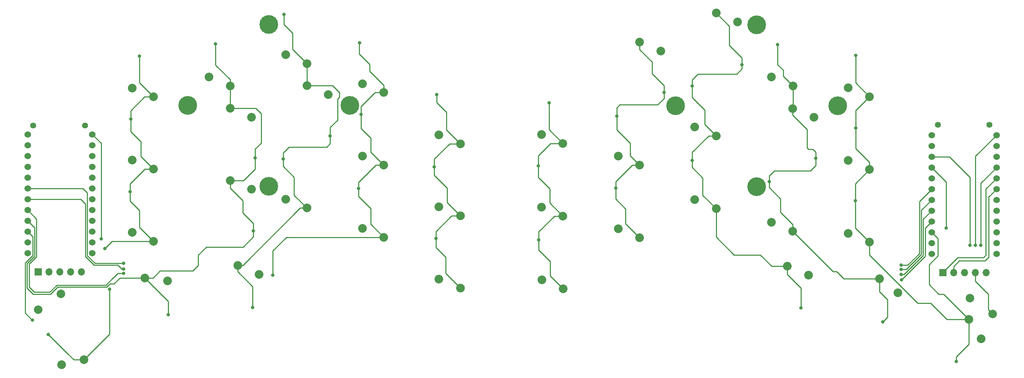
<source format=gbr>
%TF.GenerationSoftware,KiCad,Pcbnew,(6.0.5-0)*%
%TF.CreationDate,2022-12-11T16:32:45-08:00*%
%TF.ProjectId,Swept_3x5,53776570-745f-4337-9835-2e6b69636164,rev?*%
%TF.SameCoordinates,Original*%
%TF.FileFunction,Copper,L1,Top*%
%TF.FilePolarity,Positive*%
%FSLAX46Y46*%
G04 Gerber Fmt 4.6, Leading zero omitted, Abs format (unit mm)*
G04 Created by KiCad (PCBNEW (6.0.5-0)) date 2022-12-11 16:32:45*
%MOMM*%
%LPD*%
G01*
G04 APERTURE LIST*
%TA.AperFunction,ComponentPad*%
%ADD10C,1.524000*%
%TD*%
%TA.AperFunction,ComponentPad*%
%ADD11C,2.032000*%
%TD*%
%TA.AperFunction,ComponentPad*%
%ADD12C,2.000000*%
%TD*%
%TA.AperFunction,ComponentPad*%
%ADD13C,4.400000*%
%TD*%
%TA.AperFunction,ComponentPad*%
%ADD14R,1.700000X1.700000*%
%TD*%
%TA.AperFunction,ComponentPad*%
%ADD15O,1.700000X1.700000*%
%TD*%
%TA.AperFunction,ComponentPad*%
%ADD16C,1.397000*%
%TD*%
%TA.AperFunction,ViaPad*%
%ADD17C,0.800000*%
%TD*%
%TA.AperFunction,Conductor*%
%ADD18C,0.250000*%
%TD*%
G04 APERTURE END LIST*
D10*
%TO.P,U1,1,TX*%
%TO.N,CS*%
X246380401Y-49847433D03*
%TO.P,U1,2,RX*%
%TO.N,unconnected-(U1-Pad2)*%
X246380401Y-52387433D03*
%TO.P,U1,3,GND*%
%TO.N,gnd*%
X246380401Y-54927433D03*
%TO.P,U1,4,GND*%
X246380401Y-57467433D03*
%TO.P,U1,5,SDA*%
%TO.N,MOSI*%
X246380401Y-60007433D03*
%TO.P,U1,6,SCL*%
%TO.N,SCK*%
X246380401Y-62547433D03*
%TO.P,U1,7,D4*%
%TO.N,row_0*%
X246380401Y-65087433D03*
%TO.P,U1,8,C6*%
%TO.N,row_1*%
X246380401Y-67627433D03*
%TO.P,U1,9,D7*%
%TO.N,row_2*%
X246380401Y-70167433D03*
%TO.P,U1,10,E6*%
%TO.N,row_3*%
X246380401Y-72707433D03*
%TO.P,U1,11,B4*%
%TO.N,unconnected-(U1-Pad11)*%
X246380401Y-75247433D03*
%TO.P,U1,12,B5*%
%TO.N,unconnected-(U1-Pad12)*%
X246380401Y-77787433D03*
%TO.P,U1,13,B6*%
%TO.N,unconnected-(U1-Pad13)*%
X231160401Y-77787433D03*
%TO.P,U1,14,B2*%
%TO.N,unconnected-(U1-Pad14)*%
X231160401Y-75247433D03*
%TO.P,U1,15,B3*%
%TO.N,col5*%
X231160401Y-72707433D03*
%TO.P,U1,16,B1*%
%TO.N,col4*%
X231160401Y-70167433D03*
%TO.P,U1,17,F7*%
%TO.N,col3*%
X231160401Y-67627433D03*
%TO.P,U1,18,F6*%
%TO.N,col2*%
X231160401Y-65087433D03*
%TO.P,U1,19,F5*%
%TO.N,col1*%
X231160401Y-62547433D03*
%TO.P,U1,20,F4*%
%TO.N,col0*%
X231160401Y-60007433D03*
%TO.P,U1,21,VCC*%
%TO.N,vcc*%
X231160401Y-57467433D03*
%TO.P,U1,22,RST*%
%TO.N,reset*%
X231160401Y-54927433D03*
%TO.P,U1,23,GND*%
%TO.N,gnd*%
X231160401Y-52387433D03*
%TO.P,U1,24,RAW*%
%TO.N,raw*%
X231160401Y-49847433D03*
%TD*%
D11*
%TO.P,SW16,1,1*%
%TO.N,col2*%
X162497201Y-74020233D03*
%TO.P,SW16,2,2*%
%TO.N,Net-(D14-Pad2)*%
X157497201Y-71920233D03*
%TD*%
%TO.P,SW20,1,1*%
%TO.N,col3*%
X197193601Y-80736833D03*
%TO.P,SW20,2,2*%
%TO.N,Net-(D18-Pad2)*%
X202193601Y-82836833D03*
%TD*%
%TO.P,SW15,1,1*%
%TO.N,col1*%
X144539401Y-86034433D03*
%TO.P,SW15,2,2*%
%TO.N,Net-(D13-Pad2)*%
X139539401Y-83934433D03*
%TD*%
%TO.P,SW21,1,1*%
%TO.N,col4*%
X218913633Y-83655671D03*
%TO.P,SW21,2,2*%
%TO.N,Net-(D19-Pad2)*%
X223199743Y-86978210D03*
%TD*%
%TO.P,SW17,1,1*%
%TO.N,col3*%
X180505801Y-67136833D03*
%TO.P,SW17,2,2*%
%TO.N,Net-(D15-Pad2)*%
X175505801Y-65036833D03*
%TD*%
%TO.P,SW18,1,1*%
%TO.N,col4*%
X198514401Y-72496233D03*
%TO.P,SW18,2,2*%
%TO.N,Net-(D16-Pad2)*%
X193514401Y-70396233D03*
%TD*%
%TO.P,SW4,1,1*%
%TO.N,col2*%
X162522601Y-27981033D03*
%TO.P,SW4,2,2*%
%TO.N,Net-(D2-Pad2)*%
X167522601Y-30081033D03*
%TD*%
%TO.P,SW3,1,1*%
%TO.N,col1*%
X144514001Y-51820633D03*
%TO.P,SW3,2,2*%
%TO.N,Net-(D1-Pad2)*%
X139514001Y-49720633D03*
%TD*%
%TO.P,SW9,1,1*%
%TO.N,col1*%
X144514001Y-68914833D03*
%TO.P,SW9,2,2*%
%TO.N,Net-(D7-Pad2)*%
X139514001Y-66814833D03*
%TD*%
%TO.P,SW12,1,1*%
%TO.N,col4*%
X198514401Y-43576633D03*
%TO.P,SW12,2,2*%
%TO.N,Net-(D10-Pad2)*%
X203514401Y-45676633D03*
%TD*%
%TO.P,SW11,1,1*%
%TO.N,col3*%
X180505801Y-50017233D03*
%TO.P,SW11,2,2*%
%TO.N,Net-(D9-Pad2)*%
X175505801Y-47917233D03*
%TD*%
%TO.P,SW6,1,1*%
%TO.N,col4*%
X198539801Y-38257033D03*
%TO.P,SW6,2,2*%
%TO.N,Net-(D4-Pad2)*%
X193539801Y-36157033D03*
%TD*%
%TO.P,SW5,1,1*%
%TO.N,col3*%
X180531201Y-21123033D03*
%TO.P,SW5,2,2*%
%TO.N,Net-(D3-Pad2)*%
X185531201Y-23223033D03*
%TD*%
D12*
%TO.P,RSW1,1,1*%
%TO.N,gnd*%
X245492244Y-91954123D03*
%TO.P,RSW1,2,2*%
%TO.N,reset*%
X240167756Y-88225877D03*
%TD*%
D11*
%TO.P,SW10,1,1*%
%TO.N,col2*%
X162497201Y-56900633D03*
%TO.P,SW10,2,2*%
%TO.N,Net-(D8-Pad2)*%
X157497201Y-54800633D03*
%TD*%
D13*
%TO.P,REF\u002A\u002A,1*%
%TO.N,N/C*%
X209072601Y-42933433D03*
X170972601Y-42933433D03*
X190022601Y-23883433D03*
X190022601Y-61983433D03*
%TD*%
D10*
%TO.P,U2,1,TX*%
%TO.N,CSr*%
X33942000Y-49722800D03*
%TO.P,U2,2,RX*%
%TO.N,unconnected-(U2-Pad2)*%
X33942000Y-52262800D03*
%TO.P,U2,3,GND*%
%TO.N,gnd_r*%
X33942000Y-54802800D03*
%TO.P,U2,4,GND*%
X33942000Y-57342800D03*
%TO.P,U2,5,SDA*%
%TO.N,MOSIr*%
X33942000Y-59882800D03*
%TO.P,U2,6,SCL*%
%TO.N,SCKr*%
X33942000Y-62422800D03*
%TO.P,U2,7,D4*%
%TO.N,row_0r*%
X33942000Y-64962800D03*
%TO.P,U2,8,C6*%
%TO.N,row_1r*%
X33942000Y-67502800D03*
%TO.P,U2,9,D7*%
%TO.N,row_2r*%
X33942000Y-70042800D03*
%TO.P,U2,10,E6*%
%TO.N,row_3r*%
X33942000Y-72582800D03*
%TO.P,U2,11,B4*%
%TO.N,unconnected-(U2-Pad11)*%
X33942000Y-75122800D03*
%TO.P,U2,12,B5*%
%TO.N,unconnected-(U2-Pad12)*%
X33942000Y-77662800D03*
%TO.P,U2,13,B6*%
%TO.N,unconnected-(U2-Pad13)*%
X18722000Y-77662800D03*
%TO.P,U2,14,B2*%
%TO.N,unconnected-(U2-Pad14)*%
X18722000Y-75122800D03*
%TO.P,U2,15,B3*%
%TO.N,col5r*%
X18722000Y-72582800D03*
%TO.P,U2,16,B1*%
%TO.N,col4r*%
X18722000Y-70042800D03*
%TO.P,U2,17,F7*%
%TO.N,col3r*%
X18722000Y-67502800D03*
%TO.P,U2,18,F6*%
%TO.N,col2r*%
X18722000Y-64962800D03*
%TO.P,U2,19,F5*%
%TO.N,col1r*%
X18722000Y-62422800D03*
%TO.P,U2,20,F4*%
%TO.N,col0r*%
X18722000Y-59882800D03*
%TO.P,U2,21,VCC*%
%TO.N,vcc_r*%
X18722000Y-57342800D03*
%TO.P,U2,22,RST*%
%TO.N,reset_r*%
X18722000Y-54802800D03*
%TO.P,U2,23,GND*%
%TO.N,gnd_r*%
X18722000Y-52262800D03*
%TO.P,U2,24,RAW*%
%TO.N,raw_r*%
X18722000Y-49722800D03*
%TD*%
D11*
%TO.P,SW17_r1,1,1*%
%TO.N,col3r*%
X84378800Y-67012400D03*
%TO.P,SW17_r1,2,2*%
%TO.N,Net-(Dr15-Pad2)*%
X79378800Y-64912400D03*
%TD*%
%TO.P,SW11_r1,1,1*%
%TO.N,col3r*%
X84353400Y-38219800D03*
%TO.P,SW11_r1,2,2*%
%TO.N,Net-(Dr9-Pad2)*%
X89353400Y-40319800D03*
%TD*%
%TO.P,SW15_r1,1,1*%
%TO.N,col1r*%
X120396000Y-85859200D03*
%TO.P,SW15_r1,2,2*%
%TO.N,Net-(Dr13-Pad2)*%
X115396000Y-83759200D03*
%TD*%
%TO.P,SW18_r1,1,1*%
%TO.N,col4r*%
X66344800Y-60521000D03*
%TO.P,SW18_r1,2,2*%
%TO.N,Net-(Dr16-Pad2)*%
X71344800Y-62621000D03*
%TD*%
%TO.P,SW6_r1,1,1*%
%TO.N,col4r*%
X66344800Y-38259600D03*
%TO.P,SW6_r1,2,2*%
%TO.N,Net-(Dr4-Pad2)*%
X61344800Y-36159600D03*
%TD*%
%TO.P,SW5_r1,1,1*%
%TO.N,col3r*%
X84378800Y-33001800D03*
%TO.P,SW5_r1,2,2*%
%TO.N,Net-(Dr3-Pad2)*%
X79378800Y-30901800D03*
%TD*%
%TO.P,SW16_r1,1,1*%
%TO.N,col2r*%
X102412800Y-73895800D03*
%TO.P,SW16_r1,2,2*%
%TO.N,Net-(Dr14-Pad2)*%
X97412800Y-71795800D03*
%TD*%
%TO.P,SW4_r1,1,1*%
%TO.N,col2r*%
X102387400Y-39834400D03*
%TO.P,SW4_r1,2,2*%
%TO.N,Net-(Dr2-Pad2)*%
X97387400Y-37734400D03*
%TD*%
%TO.P,SW13_r1,1,1*%
%TO.N,col5r*%
X48336200Y-57843000D03*
%TO.P,SW13_r1,2,2*%
%TO.N,Net-(Dr11-Pad2)*%
X43336200Y-55743000D03*
%TD*%
%TO.P,SW12_r1,1,1*%
%TO.N,col4r*%
X66344800Y-43528400D03*
%TO.P,SW12_r1,2,2*%
%TO.N,Net-(Dr10-Pad2)*%
X71344800Y-45628400D03*
%TD*%
%TO.P,SW3_r1,1,1*%
%TO.N,col1r*%
X120396000Y-51874000D03*
%TO.P,SW3_r1,2,2*%
%TO.N,Net-(Dr1-Pad2)*%
X115396000Y-49774000D03*
%TD*%
%TO.P,SW21_r1,1,1*%
%TO.N,col4r*%
X46250368Y-83455038D03*
%TO.P,SW21_r1,2,2*%
%TO.N,Net-(Dr19-Pad2)*%
X51623517Y-84189387D03*
%TD*%
%TO.P,SW9_r1,1,1*%
%TO.N,col1r*%
X120396000Y-68866600D03*
%TO.P,SW9_r1,2,2*%
%TO.N,Net-(Dr7-Pad2)*%
X115396000Y-66766600D03*
%TD*%
%TO.P,SW20_r1,1,1*%
%TO.N,col3r*%
X68072000Y-80510800D03*
%TO.P,SW20_r1,2,2*%
%TO.N,Net-(Dr18-Pad2)*%
X73072000Y-82610800D03*
%TD*%
%TO.P,SW7_r1,1,1*%
%TO.N,col5r*%
X48336200Y-40850400D03*
%TO.P,SW7_r1,2,2*%
%TO.N,Net-(Dr5-Pad2)*%
X43336200Y-38750400D03*
%TD*%
D13*
%TO.P,REF\u002A\u002A,1*%
%TO.N,N/C*%
X94407400Y-42878400D03*
X56307400Y-42878400D03*
X75357400Y-61928400D03*
X75357400Y-23828400D03*
%TD*%
D12*
%TO.P,RSW2,1,1*%
%TO.N,gnd_r*%
X26562244Y-87185877D03*
%TO.P,RSW2,2,2*%
%TO.N,reset_r*%
X21237756Y-90914123D03*
%TD*%
D11*
%TO.P,SW13,1,1*%
%TO.N,col5*%
X216548401Y-57942033D03*
%TO.P,SW13,2,2*%
%TO.N,Net-(D11-Pad2)*%
X211548401Y-55842033D03*
%TD*%
%TO.P,SW22,1,1*%
%TO.N,col5*%
X239871502Y-93208436D03*
%TO.P,SW22,2,2*%
%TO.N,Net-(D20-Pad2)*%
X242762752Y-97796537D03*
%TD*%
D14*
%TO.P,J2,1,Pin_1*%
%TO.N,MOSIr*%
X21225000Y-82090000D03*
D15*
%TO.P,J2,2,Pin_2*%
%TO.N,SCKr*%
X23765000Y-82090000D03*
%TO.P,J2,3,Pin_3*%
%TO.N,vcc_r*%
X26305000Y-82090000D03*
%TO.P,J2,4,Pin_4*%
%TO.N,gnd_r*%
X28845000Y-82090000D03*
%TO.P,J2,5,Pin_5*%
%TO.N,CSr*%
X31385000Y-82090000D03*
%TD*%
D11*
%TO.P,SW19,1,1*%
%TO.N,col5*%
X216548401Y-75061633D03*
%TO.P,SW19,2,2*%
%TO.N,Net-(D17-Pad2)*%
X211548401Y-72961633D03*
%TD*%
D14*
%TO.P,J1,1,Pin_1*%
%TO.N,MOSI*%
X233765000Y-82200000D03*
D15*
%TO.P,J1,2,Pin_2*%
%TO.N,SCK*%
X236305000Y-82200000D03*
%TO.P,J1,3,Pin_3*%
%TO.N,vcc*%
X238845000Y-82200000D03*
%TO.P,J1,4,Pin_4*%
%TO.N,gnd*%
X241385000Y-82200000D03*
%TO.P,J1,5,Pin_5*%
%TO.N,CS*%
X243925000Y-82200000D03*
%TD*%
D11*
%TO.P,SW19_r1,1,1*%
%TO.N,col5r*%
X48310800Y-74861000D03*
%TO.P,SW19_r1,2,2*%
%TO.N,Net-(Dr17-Pad2)*%
X43310800Y-72761000D03*
%TD*%
D16*
%TO.P,Bat+1,1,1*%
%TO.N,BT+*%
X232575801Y-47393833D03*
%TD*%
D11*
%TO.P,SW10_r1,1,1*%
%TO.N,col2r*%
X102387400Y-56877800D03*
%TO.P,SW10_r1,2,2*%
%TO.N,Net-(Dr8-Pad2)*%
X97387400Y-54777800D03*
%TD*%
%TO.P,SW22_r1,1,1*%
%TO.N,col5r*%
X31968637Y-102744927D03*
%TO.P,SW22_r1,2,2*%
%TO.N,Net-(Dr20-Pad2)*%
X26668366Y-103892590D03*
%TD*%
D16*
%TO.P,BatGND1,1,1*%
%TO.N,gnd*%
X244717001Y-47444633D03*
%TD*%
%TO.P,Bat+r1,1,1*%
%TO.N,BT+_r*%
X20040600Y-47574200D03*
%TD*%
D11*
%TO.P,SW7,1,1*%
%TO.N,col5*%
X216548401Y-40822433D03*
%TO.P,SW7,2,2*%
%TO.N,Net-(D5-Pad2)*%
X211548401Y-38722433D03*
%TD*%
D16*
%TO.P,BatGND4,1,1*%
%TO.N,gnd_r*%
X32207200Y-47625000D03*
%TD*%
D17*
%TO.N,gnd*%
X242720000Y-75820000D03*
%TO.N,vcc*%
X234560000Y-71760000D03*
%TO.N,reset*%
X240160000Y-75800000D03*
%TO.N,CS*%
X241460000Y-75810000D03*
%TO.N,CSr*%
X35980000Y-74250000D03*
%TO.N,col1*%
X223939801Y-80481130D03*
X138824401Y-74495633D03*
X138697401Y-57071233D03*
X141237401Y-42237633D03*
%TO.N,col2*%
X223939801Y-81480633D03*
X156909201Y-62303633D03*
X157137801Y-45361833D03*
X168237601Y-39799233D03*
%TO.N,col3*%
X174841601Y-38275233D03*
X186576401Y-33271433D03*
X174892401Y-55775833D03*
X223990601Y-82649033D03*
X200444801Y-90548433D03*
%TO.N,col4*%
X194907601Y-28547033D03*
X224041401Y-83919033D03*
X203924601Y-55318633D03*
X219672601Y-93825033D03*
X192977201Y-60779633D03*
%TO.N,col5*%
X213195601Y-65300833D03*
X213297201Y-48155833D03*
X213271801Y-31061633D03*
X236919201Y-103121433D03*
%TO.N,col1r*%
X114249200Y-57327800D03*
X114808000Y-40335200D03*
X114655600Y-74168000D03*
X41249600Y-80010000D03*
%TO.N,col2r*%
X96494600Y-62382400D03*
X97104200Y-44983400D03*
X96723200Y-28092400D03*
X41249600Y-81356200D03*
X76327000Y-82854800D03*
%TO.N,col3r*%
X89814400Y-50063400D03*
X71602600Y-90398600D03*
X78968600Y-21463000D03*
X41249600Y-82397600D03*
X78765400Y-55448200D03*
%TO.N,col4r*%
X51790600Y-92100400D03*
X72212200Y-55194200D03*
X62865000Y-28371800D03*
X71729600Y-72440800D03*
%TO.N,col5r*%
X37973000Y-86131400D03*
X42976800Y-46075600D03*
X23571200Y-96748600D03*
X42773600Y-63169800D03*
X36906200Y-76530200D03*
X45008800Y-31267400D03*
X19837400Y-93370400D03*
%TD*%
D18*
%TO.N,gnd*%
X241385000Y-84245000D02*
X241385000Y-82200000D01*
X242720000Y-75820000D02*
X242720000Y-61127834D01*
X244460000Y-90921879D02*
X244460000Y-87320000D01*
X242720000Y-61127834D02*
X246380401Y-57467433D01*
X245492244Y-91954123D02*
X244460000Y-90921879D01*
X244460000Y-87320000D02*
X241385000Y-84245000D01*
%TO.N,vcc*%
X234560000Y-71760000D02*
X234560000Y-60867032D01*
X234560000Y-60867032D02*
X231160401Y-57467433D01*
%TO.N,reset*%
X235347433Y-54927433D02*
X231160401Y-54927433D01*
X240167756Y-59747756D02*
X235347433Y-54927433D01*
X240160000Y-75800000D02*
X240167756Y-75792244D01*
X240167756Y-75792244D02*
X240167756Y-59747756D01*
%TO.N,MOSI*%
X233765000Y-82165000D02*
X237240000Y-78690000D01*
X243910000Y-62477834D02*
X246380401Y-60007433D01*
X243330000Y-78690000D02*
X243910000Y-78110000D01*
X237240000Y-78690000D02*
X243330000Y-78690000D01*
X233765000Y-82200000D02*
X233765000Y-82165000D01*
X243910000Y-78110000D02*
X243910000Y-62477834D01*
%TO.N,SCK*%
X237590000Y-79460000D02*
X243670000Y-79460000D01*
X244590000Y-64337834D02*
X246380401Y-62547433D01*
X236305000Y-80745000D02*
X237590000Y-79460000D01*
X244590000Y-78540000D02*
X244590000Y-64337834D01*
X236305000Y-82200000D02*
X236305000Y-80745000D01*
X243670000Y-79460000D02*
X244590000Y-78540000D01*
%TO.N,CS*%
X241460000Y-75810000D02*
X241460000Y-54767834D01*
X241460000Y-54767834D02*
X246380401Y-49847433D01*
%TO.N,CSr*%
X35980000Y-74250000D02*
X35980000Y-51760800D01*
X35980000Y-51760800D02*
X33942000Y-49722800D01*
%TO.N,col1*%
X138697401Y-57071233D02*
X138697401Y-54709033D01*
X138697401Y-59814433D02*
X138697401Y-57071233D01*
X141585801Y-51820633D02*
X144514001Y-51820633D01*
X141491401Y-79575633D02*
X138824401Y-76908633D01*
X142500201Y-68914833D02*
X144514001Y-68914833D01*
X225523504Y-80481130D02*
X228280841Y-77723793D01*
X144514001Y-68914833D02*
X141389801Y-65790633D01*
X144539401Y-86034433D02*
X141491401Y-82986433D01*
X138824401Y-76908633D02*
X138824401Y-74495633D01*
X138824401Y-72590633D02*
X142500201Y-68914833D01*
X223939801Y-80481130D02*
X225523504Y-80481130D01*
X228280841Y-77723793D02*
X228280841Y-65426993D01*
X144514001Y-51820633D02*
X141237401Y-48544033D01*
X141389801Y-65790633D02*
X141389801Y-62506833D01*
X138697401Y-54709033D02*
X141585801Y-51820633D01*
X228280841Y-65426993D02*
X231160401Y-62547433D01*
X141491401Y-82986433D02*
X141491401Y-79575633D01*
X141237401Y-48544033D02*
X141237401Y-42237633D01*
X141389801Y-62506833D02*
X138697401Y-59814433D01*
X138824401Y-74495633D02*
X138824401Y-72590633D01*
%TO.N,col2*%
X157874401Y-42694833D02*
X166764401Y-42694833D01*
X165443601Y-35405033D02*
X165443601Y-32636433D01*
X160813601Y-56900633D02*
X162497201Y-56900633D01*
X157137801Y-43431433D02*
X157874401Y-42694833D01*
X162497201Y-56900633D02*
X160312801Y-54716233D01*
X156909201Y-62303633D02*
X156909201Y-60805033D01*
X228730361Y-67517473D02*
X231160401Y-65087433D01*
X157137801Y-45361833D02*
X157137801Y-43431433D01*
X162497201Y-74020233D02*
X159220601Y-70743633D01*
X165443601Y-32636433D02*
X162522601Y-29715433D01*
X168237601Y-38199033D02*
X165443601Y-35405033D01*
X168237601Y-39799233D02*
X168237601Y-38199033D01*
X225183683Y-81480633D02*
X228730361Y-77933955D01*
X159220601Y-70743633D02*
X159220601Y-67205833D01*
X228730361Y-77933955D02*
X228730361Y-67517473D01*
X162522601Y-29715433D02*
X162522601Y-27981033D01*
X157137801Y-48587633D02*
X157137801Y-45361833D01*
X156909201Y-64894433D02*
X156909201Y-62303633D01*
X160312801Y-51762633D02*
X157137801Y-48587633D01*
X156909201Y-60805033D02*
X160813601Y-56900633D01*
X168237601Y-41221633D02*
X168237601Y-39799233D01*
X160312801Y-54716233D02*
X160312801Y-51762633D01*
X159220601Y-67205833D02*
X156909201Y-64894433D01*
X223939801Y-81480633D02*
X225183683Y-81480633D01*
X166764401Y-42694833D02*
X168237601Y-41221633D01*
%TO.N,col3*%
X177864201Y-47375633D02*
X177864201Y-43990233D01*
X197193601Y-82649033D02*
X200444801Y-85900233D01*
X223990601Y-82649033D02*
X224651001Y-82649033D01*
X185331801Y-35455833D02*
X186576401Y-34211233D01*
X229179881Y-69607953D02*
X231160401Y-67627433D01*
X186576401Y-31645833D02*
X183630001Y-28699433D01*
X229179881Y-78120153D02*
X229179881Y-69607953D01*
X183630001Y-28699433D02*
X183630001Y-24221833D01*
X174841601Y-40967633D02*
X174841601Y-38275233D01*
X200444801Y-85900233D02*
X200444801Y-90548433D01*
X186576401Y-33271433D02*
X186576401Y-31645833D01*
X174892401Y-57452233D02*
X174892401Y-55775833D01*
X177356201Y-63987233D02*
X177356201Y-59916033D01*
X186576401Y-34211233D02*
X186576401Y-33271433D01*
X190894401Y-78051633D02*
X193579601Y-80736833D01*
X193579601Y-80736833D02*
X197193601Y-80736833D01*
X180505801Y-67136833D02*
X177356201Y-63987233D01*
X178771401Y-50017233D02*
X180505801Y-50017233D01*
X224651001Y-82649033D02*
X229179881Y-78120153D01*
X180505801Y-67136833D02*
X180505801Y-73835233D01*
X180505801Y-73835233D02*
X184722201Y-78051633D01*
X174892401Y-55775833D02*
X174892401Y-53896233D01*
X184722201Y-78051633D02*
X190894401Y-78051633D01*
X180505801Y-50017233D02*
X177864201Y-47375633D01*
X174892401Y-53896233D02*
X178771401Y-50017233D01*
X177356201Y-59916033D02*
X174892401Y-57452233D01*
X197193601Y-80736833D02*
X197193601Y-82649033D01*
X183630001Y-24221833D02*
X180531201Y-21123033D01*
X174841601Y-36878233D02*
X176264001Y-35455833D01*
X177864201Y-43990233D02*
X174841601Y-40967633D01*
X174841601Y-38275233D02*
X174841601Y-36878233D01*
X176264001Y-35455833D02*
X185331801Y-35455833D01*
%TO.N,col4*%
X218913633Y-83655671D02*
X218913633Y-86690665D01*
X203924601Y-55318633D02*
X203924601Y-56995033D01*
X194145601Y-58239633D02*
X192977201Y-59408033D01*
X192977201Y-60779633D02*
X192977201Y-62176633D01*
X202680001Y-58239633D02*
X194145601Y-58239633D01*
X207956001Y-81937833D02*
X208801401Y-81937833D01*
X198514401Y-43576633D02*
X198514401Y-45133233D01*
X198514401Y-45133233D02*
X201918001Y-48536833D01*
X218913633Y-86690665D02*
X220790201Y-88567233D01*
X198539801Y-38257033D02*
X196279201Y-35996433D01*
X194907601Y-33195233D02*
X194907601Y-28547033D01*
X198514401Y-72496233D02*
X207956001Y-81937833D01*
X203924601Y-53845433D02*
X203924601Y-55318633D01*
X208801401Y-81937833D02*
X210519239Y-83655671D01*
X196279201Y-35379633D02*
X196279201Y-34566833D01*
X203238801Y-53159633D02*
X203924601Y-53845433D01*
X198514401Y-70838033D02*
X198514401Y-72496233D01*
X201918001Y-52829433D02*
X202248201Y-53159633D01*
X201918001Y-48536833D02*
X201918001Y-52829433D01*
X210519239Y-83655671D02*
X218913633Y-83655671D01*
X229629401Y-78331033D02*
X229629401Y-71698433D01*
X194958401Y-33246033D02*
X194907601Y-33195233D01*
X192977201Y-59408033D02*
X192977201Y-60779633D01*
X224041401Y-83919033D02*
X229629401Y-78331033D01*
X198539801Y-43551233D02*
X198514401Y-43576633D01*
X196279201Y-34566833D02*
X194958401Y-33246033D01*
X192977201Y-62176633D02*
X195644201Y-64843633D01*
X229629401Y-71698433D02*
X231160401Y-70167433D01*
X220790201Y-92707433D02*
X219672601Y-93825033D01*
X220790201Y-88567233D02*
X220790201Y-92707433D01*
X198539801Y-38257033D02*
X198539801Y-43551233D01*
X203924601Y-56995033D02*
X202680001Y-58239633D01*
X195644201Y-67967833D02*
X198514401Y-70838033D01*
X195644201Y-64843633D02*
X195644201Y-67967833D01*
X196279201Y-35996433D02*
X196279201Y-35379633D01*
X202248201Y-53159633D02*
X203238801Y-53159633D01*
%TO.N,col5*%
X216548401Y-56233033D02*
X216548401Y-57942033D01*
X216548401Y-40822433D02*
X213271801Y-37545833D01*
X239871502Y-93208436D02*
X233963066Y-87300000D01*
X216548401Y-40822433D02*
X213297201Y-44073633D01*
X213297201Y-48155833D02*
X213297201Y-52981833D01*
X216548401Y-57942033D02*
X213195601Y-61294833D01*
X213271801Y-36268633D02*
X213271801Y-31061633D01*
X230550000Y-85040000D02*
X230550000Y-80340000D01*
X216548401Y-78102433D02*
X227851401Y-89405433D01*
X227851401Y-89405433D02*
X230924801Y-89405433D01*
X234727804Y-93208436D02*
X239871502Y-93208436D01*
X216548401Y-75061633D02*
X216548401Y-78102433D01*
X230550000Y-80340000D02*
X232620000Y-78270000D01*
X213297201Y-44073633D02*
X213297201Y-48155833D01*
X237757401Y-101165633D02*
X236919201Y-102003833D01*
X213195601Y-65300833D02*
X213195601Y-71708833D01*
X213195601Y-71708833D02*
X216548401Y-75061633D01*
X239871502Y-99051532D02*
X237757401Y-101165633D01*
X236919201Y-102003833D02*
X236919201Y-103121433D01*
X239871502Y-93208436D02*
X239871502Y-99051532D01*
X233963066Y-87300000D02*
X232810000Y-87300000D01*
X213271801Y-37545833D02*
X213271801Y-36268633D01*
X232620000Y-78270000D02*
X232620000Y-74167032D01*
X213297201Y-52981833D02*
X216548401Y-56233033D01*
X232620000Y-74167032D02*
X231160401Y-72707433D01*
X230924801Y-89405433D02*
X234727804Y-93208436D01*
X213195601Y-61294833D02*
X213195601Y-65300833D01*
X232810000Y-87300000D02*
X230550000Y-85040000D01*
%TO.N,col1r*%
X114249200Y-57327800D02*
X114249200Y-59283600D01*
X114655600Y-72542400D02*
X114655600Y-74168000D01*
X114249200Y-59283600D02*
X117271800Y-62306200D01*
X34540000Y-80010000D02*
X32750000Y-78220000D01*
X117119400Y-44475400D02*
X115011200Y-42367200D01*
X41249600Y-80010000D02*
X34540000Y-80010000D01*
X118331400Y-68866600D02*
X114655600Y-72542400D01*
X117271800Y-65742400D02*
X120396000Y-68866600D01*
X120396000Y-51874000D02*
X117119400Y-48597400D01*
X114249200Y-55499000D02*
X114249200Y-57327800D01*
X114808000Y-42164000D02*
X114808000Y-40335200D01*
X116941600Y-78613000D02*
X116941600Y-82404800D01*
X117874200Y-51874000D02*
X114249200Y-55499000D01*
X32750000Y-78220000D02*
X32750000Y-63430000D01*
X31742800Y-62422800D02*
X18722000Y-62422800D01*
X117271800Y-62306200D02*
X117271800Y-65742400D01*
X120396000Y-51874000D02*
X117874200Y-51874000D01*
X116941600Y-82404800D02*
X120396000Y-85859200D01*
X117119400Y-48597400D02*
X117119400Y-47269400D01*
X115011200Y-42367200D02*
X114808000Y-42164000D01*
X32750000Y-63430000D02*
X31742800Y-62422800D01*
X117119400Y-47269400D02*
X117119400Y-44475400D01*
X114655600Y-76327000D02*
X116941600Y-78613000D01*
X114655600Y-74168000D02*
X114655600Y-76327000D01*
X120396000Y-68866600D02*
X118331400Y-68866600D01*
%TO.N,col2r*%
X99085400Y-33197800D02*
X96672400Y-30784800D01*
X96494600Y-60960000D02*
X96494600Y-62382400D01*
X96494600Y-62382400D02*
X96494600Y-64312800D01*
X96494600Y-64312800D02*
X99339400Y-67157600D01*
X102387400Y-38150800D02*
X99085400Y-34848800D01*
X76352400Y-82829400D02*
X76352400Y-77089000D01*
X76352400Y-77089000D02*
X79545600Y-73895800D01*
X102387400Y-39834400D02*
X102387400Y-38150800D01*
X32300480Y-66070480D02*
X31192800Y-64962800D01*
X100399000Y-39834400D02*
X97104200Y-43129200D01*
X99339400Y-67157600D02*
X99339400Y-70822400D01*
X97104200Y-43129200D02*
X97104200Y-44983400D01*
X102387400Y-56877800D02*
X100576800Y-56877800D01*
X97104200Y-44983400D02*
X97104200Y-48310800D01*
X34353802Y-80459520D02*
X32300480Y-78406198D01*
X99364800Y-50571400D02*
X99364800Y-53855200D01*
X32300480Y-78406198D02*
X32300480Y-66070480D01*
X99364800Y-53855200D02*
X102387400Y-56877800D01*
X100576800Y-56877800D02*
X96494600Y-60960000D01*
X97104200Y-48310800D02*
X99364800Y-50571400D01*
X96672400Y-30784800D02*
X96672400Y-28143200D01*
X102387400Y-39834400D02*
X100399000Y-39834400D01*
X99339400Y-70822400D02*
X102412800Y-73895800D01*
X41249600Y-81356200D02*
X40816200Y-81356200D01*
X79545600Y-73895800D02*
X102412800Y-73895800D01*
X96672400Y-28143200D02*
X96723200Y-28092400D01*
X76327000Y-82854800D02*
X76352400Y-82829400D01*
X39919520Y-80459520D02*
X34353802Y-80459520D01*
X99085400Y-34848800D02*
X99085400Y-33197800D01*
X40816200Y-81356200D02*
X39919520Y-80459520D01*
X31192800Y-64962800D02*
X18722000Y-64962800D01*
%TO.N,col3r*%
X69298400Y-80510800D02*
X68072000Y-80510800D01*
X81356200Y-59766200D02*
X81356200Y-63989800D01*
X81000600Y-29623600D02*
X81000600Y-28194000D01*
X38750200Y-83489800D02*
X37079520Y-85160480D01*
X90416800Y-38219800D02*
X91973400Y-39776400D01*
X89814400Y-48031400D02*
X89814400Y-50063400D01*
X78765400Y-54000400D02*
X78765400Y-55448200D01*
X78765400Y-57175400D02*
X81356200Y-59766200D01*
X91973400Y-39776400D02*
X91973400Y-40868600D01*
X68072000Y-81965800D02*
X71602600Y-85496400D01*
X71602600Y-85496400D02*
X71602600Y-90398600D01*
X37079520Y-85160480D02*
X25603802Y-85160480D01*
X89814400Y-50063400D02*
X89814400Y-51841400D01*
X84378800Y-67012400D02*
X82796800Y-67012400D01*
X19100000Y-85650000D02*
X19100000Y-80211434D01*
X79070200Y-23901400D02*
X78968600Y-23799800D01*
X81000600Y-25831800D02*
X79070200Y-23901400D01*
X20809040Y-78502394D02*
X20809040Y-69589840D01*
X84353400Y-38219800D02*
X90416800Y-38219800D01*
X91541600Y-46304200D02*
X89814400Y-48031400D01*
X38853599Y-83489800D02*
X38750200Y-83489800D01*
X78765400Y-55448200D02*
X78765400Y-57175400D01*
X81356200Y-63989800D02*
X84378800Y-67012400D01*
X84378800Y-33001800D02*
X81000600Y-29623600D01*
X81000600Y-28194000D02*
X81000600Y-25831800D01*
X82796800Y-67012400D02*
X69298400Y-80510800D01*
X89814400Y-51841400D02*
X89001600Y-52654200D01*
X84378800Y-38194400D02*
X84353400Y-38219800D01*
X23933802Y-86830480D02*
X20280480Y-86830480D01*
X39945799Y-82397600D02*
X38853599Y-83489800D01*
X20280480Y-86830480D02*
X19100000Y-85650000D01*
X84378800Y-33001800D02*
X84378800Y-38194400D01*
X41249600Y-82397600D02*
X39945799Y-82397600D01*
X25603802Y-85160480D02*
X23933802Y-86830480D01*
X91973400Y-40868600D02*
X91541600Y-41300400D01*
X20809040Y-69589840D02*
X18722000Y-67502800D01*
X89001600Y-52654200D02*
X80111600Y-52654200D01*
X91541600Y-41300400D02*
X91541600Y-46304200D01*
X68072000Y-80510800D02*
X68072000Y-81965800D01*
X78968600Y-23799800D02*
X78968600Y-21463000D01*
X80111600Y-52654200D02*
X78765400Y-54000400D01*
X19100000Y-80211434D02*
X20809040Y-78502394D01*
%TO.N,col4r*%
X72212200Y-55194200D02*
X72212200Y-57810400D01*
X72212200Y-57810400D02*
X69501600Y-60521000D01*
X46250368Y-83455038D02*
X51790600Y-88995270D01*
X66344800Y-36779200D02*
X63068200Y-33502600D01*
X72212200Y-53136800D02*
X72212200Y-55194200D01*
X71729600Y-72440800D02*
X71729600Y-73787000D01*
X20359520Y-78316197D02*
X20359520Y-71680320D01*
X37330000Y-85610000D02*
X25790000Y-85610000D01*
X66344800Y-38259600D02*
X66344800Y-36779200D01*
X60731400Y-76174600D02*
X58826400Y-78079600D01*
X57531000Y-81838800D02*
X49834800Y-81838800D01*
X69342000Y-76174600D02*
X60731400Y-76174600D01*
X48218562Y-83455038D02*
X46250368Y-83455038D01*
X66344800Y-62306200D02*
X69291200Y-65252600D01*
X38078600Y-84861400D02*
X37330000Y-85610000D01*
X69291200Y-68148200D02*
X71729600Y-70586600D01*
X46250368Y-83455038D02*
X40395362Y-83455038D01*
X40395362Y-83455038D02*
X38989000Y-84861400D01*
X71729600Y-70586600D02*
X71729600Y-72440800D01*
X73609200Y-51739800D02*
X72212200Y-53136800D01*
X38989000Y-84861400D02*
X38078600Y-84861400D01*
X63068200Y-33502600D02*
X62890400Y-33324800D01*
X58826400Y-78079600D02*
X58826400Y-80543400D01*
X62890400Y-30226000D02*
X62890400Y-28397200D01*
X69291200Y-65252600D02*
X69291200Y-68148200D01*
X66344800Y-38259600D02*
X66344800Y-43528400D01*
X18579520Y-85839520D02*
X18579520Y-80096198D01*
X62890400Y-28397200D02*
X62865000Y-28371800D01*
X18579520Y-80096198D02*
X20359520Y-78316197D01*
X58826400Y-80543400D02*
X57531000Y-81838800D01*
X73609200Y-44831000D02*
X73609200Y-51739800D01*
X20359520Y-71680320D02*
X18722000Y-70042800D01*
X62890400Y-33324800D02*
X62890400Y-30226000D01*
X72306600Y-43528400D02*
X73609200Y-44831000D01*
X69501600Y-60521000D02*
X66344800Y-60521000D01*
X66344800Y-43528400D02*
X72306600Y-43528400D01*
X49834800Y-81838800D02*
X48218562Y-83455038D01*
X20020000Y-87280000D02*
X18579520Y-85839520D01*
X51790600Y-88995270D02*
X51790600Y-92100400D01*
X66344800Y-60521000D02*
X66344800Y-62306200D01*
X25790000Y-85610000D02*
X24120000Y-87280000D01*
X71729600Y-73787000D02*
X69342000Y-76174600D01*
X24120000Y-87280000D02*
X20020000Y-87280000D01*
%TO.N,col5r*%
X28067000Y-101244400D02*
X23571200Y-96748600D01*
X45364400Y-51409600D02*
X45364400Y-54871200D01*
X44983400Y-37497600D02*
X44983400Y-36322000D01*
X46271600Y-57843000D02*
X42773600Y-61341000D01*
X48336200Y-40850400D02*
X44983400Y-37497600D01*
X44983400Y-31292800D02*
X45008800Y-31267400D01*
X18130000Y-91739200D02*
X18130000Y-79910000D01*
X42773600Y-63169800D02*
X42773600Y-65354200D01*
X44983400Y-36322000D02*
X44983400Y-31292800D01*
X37973000Y-86131400D02*
X37973000Y-96740564D01*
X42773600Y-61341000D02*
X42773600Y-63169800D01*
X48336200Y-40850400D02*
X46220800Y-40850400D01*
X38575400Y-74861000D02*
X36906200Y-76530200D01*
X45008800Y-71559000D02*
X48310800Y-74861000D01*
X42976800Y-49022000D02*
X45364400Y-51409600D01*
X48336200Y-57843000D02*
X46271600Y-57843000D01*
X48310800Y-74861000D02*
X38575400Y-74861000D01*
X46220800Y-40850400D02*
X42976800Y-44094400D01*
X19837400Y-93370400D02*
X19761200Y-93370400D01*
X31968637Y-102744927D02*
X29567527Y-102744927D01*
X18130000Y-79910000D02*
X19910000Y-78130000D01*
X42773600Y-65354200D02*
X45008800Y-67589400D01*
X45364400Y-54871200D02*
X48336200Y-57843000D01*
X19910000Y-78130000D02*
X19910000Y-73770800D01*
X37973000Y-96740564D02*
X31968637Y-102744927D01*
X45008800Y-67589400D02*
X45008800Y-71559000D01*
X29567527Y-102744927D02*
X28067000Y-101244400D01*
X19910000Y-73770800D02*
X18722000Y-72582800D01*
X19761200Y-93370400D02*
X18130000Y-91739200D01*
X42976800Y-44094400D02*
X42976800Y-46075600D01*
X42976800Y-46075600D02*
X42976800Y-49022000D01*
%TD*%
M02*

</source>
